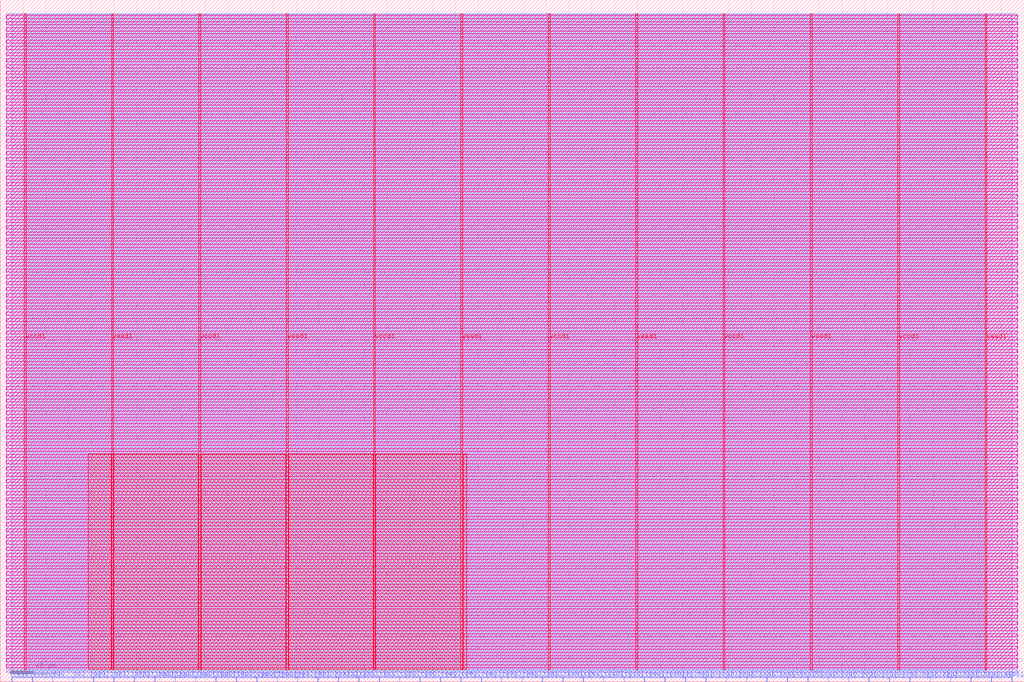
<source format=lef>
VERSION 5.7 ;
  NOWIREEXTENSIONATPIN ON ;
  DIVIDERCHAR "/" ;
  BUSBITCHARS "[]" ;
MACRO matrix_multiply
  CLASS BLOCK ;
  FOREIGN matrix_multiply ;
  ORIGIN 0.000 0.000 ;
  SIZE 900.000 BY 600.000 ;
  PIN clk
    DIRECTION INPUT ;
    USE SIGNAL ;
    PORT
      LAYER met2 ;
        RECT 46.090 0.000 46.370 4.000 ;
    END
  END clk
  PIN execute
    DIRECTION INPUT ;
    USE SIGNAL ;
    PORT
      LAYER met2 ;
        RECT 28.150 0.000 28.430 4.000 ;
    END
  END execute
  PIN input_val[0]
    DIRECTION INPUT ;
    USE SIGNAL ;
    PORT
      LAYER met2 ;
        RECT 117.850 0.000 118.130 4.000 ;
    END
  END input_val[0]
  PIN input_val[1]
    DIRECTION INPUT ;
    USE SIGNAL ;
    PORT
      LAYER met2 ;
        RECT 135.790 0.000 136.070 4.000 ;
    END
  END input_val[1]
  PIN input_val[2]
    DIRECTION INPUT ;
    USE SIGNAL ;
    PORT
      LAYER met2 ;
        RECT 153.730 0.000 154.010 4.000 ;
    END
  END input_val[2]
  PIN input_val[3]
    DIRECTION INPUT ;
    USE SIGNAL ;
    PORT
      LAYER met2 ;
        RECT 171.670 0.000 171.950 4.000 ;
    END
  END input_val[3]
  PIN input_val[4]
    DIRECTION INPUT ;
    USE SIGNAL ;
    PORT
      LAYER met2 ;
        RECT 189.610 0.000 189.890 4.000 ;
    END
  END input_val[4]
  PIN input_val[5]
    DIRECTION INPUT ;
    USE SIGNAL ;
    PORT
      LAYER met2 ;
        RECT 207.550 0.000 207.830 4.000 ;
    END
  END input_val[5]
  PIN input_val[6]
    DIRECTION INPUT ;
    USE SIGNAL ;
    PORT
      LAYER met2 ;
        RECT 225.490 0.000 225.770 4.000 ;
    END
  END input_val[6]
  PIN input_val[7]
    DIRECTION INPUT ;
    USE SIGNAL ;
    PORT
      LAYER met2 ;
        RECT 243.430 0.000 243.710 4.000 ;
    END
  END input_val[7]
  PIN io_oeb[0]
    DIRECTION OUTPUT TRISTATE ;
    USE SIGNAL ;
    PORT
      LAYER met2 ;
        RECT 602.230 0.000 602.510 4.000 ;
    END
  END io_oeb[0]
  PIN io_oeb[10]
    DIRECTION OUTPUT TRISTATE ;
    USE SIGNAL ;
    PORT
      LAYER met2 ;
        RECT 781.630 0.000 781.910 4.000 ;
    END
  END io_oeb[10]
  PIN io_oeb[11]
    DIRECTION OUTPUT TRISTATE ;
    USE SIGNAL ;
    PORT
      LAYER met2 ;
        RECT 799.570 0.000 799.850 4.000 ;
    END
  END io_oeb[11]
  PIN io_oeb[12]
    DIRECTION OUTPUT TRISTATE ;
    USE SIGNAL ;
    PORT
      LAYER met2 ;
        RECT 817.510 0.000 817.790 4.000 ;
    END
  END io_oeb[12]
  PIN io_oeb[13]
    DIRECTION OUTPUT TRISTATE ;
    USE SIGNAL ;
    PORT
      LAYER met2 ;
        RECT 835.450 0.000 835.730 4.000 ;
    END
  END io_oeb[13]
  PIN io_oeb[14]
    DIRECTION OUTPUT TRISTATE ;
    USE SIGNAL ;
    PORT
      LAYER met2 ;
        RECT 853.390 0.000 853.670 4.000 ;
    END
  END io_oeb[14]
  PIN io_oeb[15]
    DIRECTION OUTPUT TRISTATE ;
    USE SIGNAL ;
    PORT
      LAYER met2 ;
        RECT 871.330 0.000 871.610 4.000 ;
    END
  END io_oeb[15]
  PIN io_oeb[16]
    DIRECTION OUTPUT TRISTATE ;
    USE SIGNAL ;
    PORT
      LAYER met2 ;
        RECT 889.270 0.000 889.550 4.000 ;
    END
  END io_oeb[16]
  PIN io_oeb[1]
    DIRECTION OUTPUT TRISTATE ;
    USE SIGNAL ;
    PORT
      LAYER met2 ;
        RECT 620.170 0.000 620.450 4.000 ;
    END
  END io_oeb[1]
  PIN io_oeb[2]
    DIRECTION OUTPUT TRISTATE ;
    USE SIGNAL ;
    PORT
      LAYER met2 ;
        RECT 638.110 0.000 638.390 4.000 ;
    END
  END io_oeb[2]
  PIN io_oeb[3]
    DIRECTION OUTPUT TRISTATE ;
    USE SIGNAL ;
    PORT
      LAYER met2 ;
        RECT 656.050 0.000 656.330 4.000 ;
    END
  END io_oeb[3]
  PIN io_oeb[4]
    DIRECTION OUTPUT TRISTATE ;
    USE SIGNAL ;
    PORT
      LAYER met2 ;
        RECT 673.990 0.000 674.270 4.000 ;
    END
  END io_oeb[4]
  PIN io_oeb[5]
    DIRECTION OUTPUT TRISTATE ;
    USE SIGNAL ;
    PORT
      LAYER met2 ;
        RECT 691.930 0.000 692.210 4.000 ;
    END
  END io_oeb[5]
  PIN io_oeb[6]
    DIRECTION OUTPUT TRISTATE ;
    USE SIGNAL ;
    PORT
      LAYER met2 ;
        RECT 709.870 0.000 710.150 4.000 ;
    END
  END io_oeb[6]
  PIN io_oeb[7]
    DIRECTION OUTPUT TRISTATE ;
    USE SIGNAL ;
    PORT
      LAYER met2 ;
        RECT 727.810 0.000 728.090 4.000 ;
    END
  END io_oeb[7]
  PIN io_oeb[8]
    DIRECTION OUTPUT TRISTATE ;
    USE SIGNAL ;
    PORT
      LAYER met2 ;
        RECT 745.750 0.000 746.030 4.000 ;
    END
  END io_oeb[8]
  PIN io_oeb[9]
    DIRECTION OUTPUT TRISTATE ;
    USE SIGNAL ;
    PORT
      LAYER met2 ;
        RECT 763.690 0.000 763.970 4.000 ;
    END
  END io_oeb[9]
  PIN reset
    DIRECTION INPUT ;
    USE SIGNAL ;
    PORT
      LAYER met2 ;
        RECT 10.210 0.000 10.490 4.000 ;
    END
  END reset
  PIN result[0]
    DIRECTION OUTPUT TRISTATE ;
    USE SIGNAL ;
    PORT
      LAYER met2 ;
        RECT 297.250 0.000 297.530 4.000 ;
    END
  END result[0]
  PIN result[10]
    DIRECTION OUTPUT TRISTATE ;
    USE SIGNAL ;
    PORT
      LAYER met2 ;
        RECT 476.650 0.000 476.930 4.000 ;
    END
  END result[10]
  PIN result[11]
    DIRECTION OUTPUT TRISTATE ;
    USE SIGNAL ;
    PORT
      LAYER met2 ;
        RECT 494.590 0.000 494.870 4.000 ;
    END
  END result[11]
  PIN result[12]
    DIRECTION OUTPUT TRISTATE ;
    USE SIGNAL ;
    PORT
      LAYER met2 ;
        RECT 512.530 0.000 512.810 4.000 ;
    END
  END result[12]
  PIN result[13]
    DIRECTION OUTPUT TRISTATE ;
    USE SIGNAL ;
    PORT
      LAYER met2 ;
        RECT 530.470 0.000 530.750 4.000 ;
    END
  END result[13]
  PIN result[14]
    DIRECTION OUTPUT TRISTATE ;
    USE SIGNAL ;
    PORT
      LAYER met2 ;
        RECT 548.410 0.000 548.690 4.000 ;
    END
  END result[14]
  PIN result[15]
    DIRECTION OUTPUT TRISTATE ;
    USE SIGNAL ;
    PORT
      LAYER met2 ;
        RECT 566.350 0.000 566.630 4.000 ;
    END
  END result[15]
  PIN result[16]
    DIRECTION OUTPUT TRISTATE ;
    USE SIGNAL ;
    PORT
      LAYER met2 ;
        RECT 584.290 0.000 584.570 4.000 ;
    END
  END result[16]
  PIN result[1]
    DIRECTION OUTPUT TRISTATE ;
    USE SIGNAL ;
    PORT
      LAYER met2 ;
        RECT 315.190 0.000 315.470 4.000 ;
    END
  END result[1]
  PIN result[2]
    DIRECTION OUTPUT TRISTATE ;
    USE SIGNAL ;
    PORT
      LAYER met2 ;
        RECT 333.130 0.000 333.410 4.000 ;
    END
  END result[2]
  PIN result[3]
    DIRECTION OUTPUT TRISTATE ;
    USE SIGNAL ;
    PORT
      LAYER met2 ;
        RECT 351.070 0.000 351.350 4.000 ;
    END
  END result[3]
  PIN result[4]
    DIRECTION OUTPUT TRISTATE ;
    USE SIGNAL ;
    PORT
      LAYER met2 ;
        RECT 369.010 0.000 369.290 4.000 ;
    END
  END result[4]
  PIN result[5]
    DIRECTION OUTPUT TRISTATE ;
    USE SIGNAL ;
    PORT
      LAYER met2 ;
        RECT 386.950 0.000 387.230 4.000 ;
    END
  END result[5]
  PIN result[6]
    DIRECTION OUTPUT TRISTATE ;
    USE SIGNAL ;
    PORT
      LAYER met2 ;
        RECT 404.890 0.000 405.170 4.000 ;
    END
  END result[6]
  PIN result[7]
    DIRECTION OUTPUT TRISTATE ;
    USE SIGNAL ;
    PORT
      LAYER met2 ;
        RECT 422.830 0.000 423.110 4.000 ;
    END
  END result[7]
  PIN result[8]
    DIRECTION OUTPUT TRISTATE ;
    USE SIGNAL ;
    PORT
      LAYER met2 ;
        RECT 440.770 0.000 441.050 4.000 ;
    END
  END result[8]
  PIN result[9]
    DIRECTION OUTPUT TRISTATE ;
    USE SIGNAL ;
    PORT
      LAYER met2 ;
        RECT 458.710 0.000 458.990 4.000 ;
    END
  END result[9]
  PIN sel_in[0]
    DIRECTION INPUT ;
    USE SIGNAL ;
    PORT
      LAYER met2 ;
        RECT 64.030 0.000 64.310 4.000 ;
    END
  END sel_in[0]
  PIN sel_in[1]
    DIRECTION INPUT ;
    USE SIGNAL ;
    PORT
      LAYER met2 ;
        RECT 81.970 0.000 82.250 4.000 ;
    END
  END sel_in[1]
  PIN sel_in[2]
    DIRECTION INPUT ;
    USE SIGNAL ;
    PORT
      LAYER met2 ;
        RECT 99.910 0.000 100.190 4.000 ;
    END
  END sel_in[2]
  PIN sel_out[0]
    DIRECTION INPUT ;
    USE SIGNAL ;
    PORT
      LAYER met2 ;
        RECT 261.370 0.000 261.650 4.000 ;
    END
  END sel_out[0]
  PIN sel_out[1]
    DIRECTION INPUT ;
    USE SIGNAL ;
    PORT
      LAYER met2 ;
        RECT 279.310 0.000 279.590 4.000 ;
    END
  END sel_out[1]
  PIN vccd1
    DIRECTION INOUT ;
    USE POWER ;
    PORT
      LAYER met4 ;
        RECT 21.040 10.640 22.640 587.760 ;
    END
    PORT
      LAYER met4 ;
        RECT 174.640 10.640 176.240 587.760 ;
    END
    PORT
      LAYER met4 ;
        RECT 328.240 10.640 329.840 587.760 ;
    END
    PORT
      LAYER met4 ;
        RECT 481.840 10.640 483.440 587.760 ;
    END
    PORT
      LAYER met4 ;
        RECT 635.440 10.640 637.040 587.760 ;
    END
    PORT
      LAYER met4 ;
        RECT 789.040 10.640 790.640 587.760 ;
    END
  END vccd1
  PIN vssd1
    DIRECTION INOUT ;
    USE GROUND ;
    PORT
      LAYER met4 ;
        RECT 97.840 10.640 99.440 587.760 ;
    END
    PORT
      LAYER met4 ;
        RECT 251.440 10.640 253.040 587.760 ;
    END
    PORT
      LAYER met4 ;
        RECT 405.040 10.640 406.640 587.760 ;
    END
    PORT
      LAYER met4 ;
        RECT 558.640 10.640 560.240 587.760 ;
    END
    PORT
      LAYER met4 ;
        RECT 712.240 10.640 713.840 587.760 ;
    END
    PORT
      LAYER met4 ;
        RECT 865.840 10.640 867.440 587.760 ;
    END
  END vssd1
  OBS
      LAYER nwell ;
        RECT 5.330 583.385 894.430 586.215 ;
        RECT 5.330 577.945 894.430 580.775 ;
        RECT 5.330 572.505 894.430 575.335 ;
        RECT 5.330 567.065 894.430 569.895 ;
        RECT 5.330 561.625 894.430 564.455 ;
        RECT 5.330 556.185 894.430 559.015 ;
        RECT 5.330 550.745 894.430 553.575 ;
        RECT 5.330 545.305 894.430 548.135 ;
        RECT 5.330 539.865 894.430 542.695 ;
        RECT 5.330 534.425 894.430 537.255 ;
        RECT 5.330 528.985 894.430 531.815 ;
        RECT 5.330 523.545 894.430 526.375 ;
        RECT 5.330 518.105 894.430 520.935 ;
        RECT 5.330 512.665 894.430 515.495 ;
        RECT 5.330 507.225 894.430 510.055 ;
        RECT 5.330 501.785 894.430 504.615 ;
        RECT 5.330 496.345 894.430 499.175 ;
        RECT 5.330 490.905 894.430 493.735 ;
        RECT 5.330 485.465 894.430 488.295 ;
        RECT 5.330 480.025 894.430 482.855 ;
        RECT 5.330 474.585 894.430 477.415 ;
        RECT 5.330 469.145 894.430 471.975 ;
        RECT 5.330 463.705 894.430 466.535 ;
        RECT 5.330 458.265 894.430 461.095 ;
        RECT 5.330 452.825 894.430 455.655 ;
        RECT 5.330 447.385 894.430 450.215 ;
        RECT 5.330 441.945 894.430 444.775 ;
        RECT 5.330 436.505 894.430 439.335 ;
        RECT 5.330 431.065 894.430 433.895 ;
        RECT 5.330 425.625 894.430 428.455 ;
        RECT 5.330 420.185 894.430 423.015 ;
        RECT 5.330 414.745 894.430 417.575 ;
        RECT 5.330 409.305 894.430 412.135 ;
        RECT 5.330 403.865 894.430 406.695 ;
        RECT 5.330 398.425 894.430 401.255 ;
        RECT 5.330 392.985 894.430 395.815 ;
        RECT 5.330 387.545 894.430 390.375 ;
        RECT 5.330 382.105 894.430 384.935 ;
        RECT 5.330 376.665 894.430 379.495 ;
        RECT 5.330 371.225 894.430 374.055 ;
        RECT 5.330 365.785 894.430 368.615 ;
        RECT 5.330 360.345 894.430 363.175 ;
        RECT 5.330 354.905 894.430 357.735 ;
        RECT 5.330 349.465 894.430 352.295 ;
        RECT 5.330 344.025 894.430 346.855 ;
        RECT 5.330 338.585 894.430 341.415 ;
        RECT 5.330 333.145 894.430 335.975 ;
        RECT 5.330 327.705 894.430 330.535 ;
        RECT 5.330 322.265 894.430 325.095 ;
        RECT 5.330 316.825 894.430 319.655 ;
        RECT 5.330 311.385 894.430 314.215 ;
        RECT 5.330 305.945 894.430 308.775 ;
        RECT 5.330 300.505 894.430 303.335 ;
        RECT 5.330 295.065 894.430 297.895 ;
        RECT 5.330 289.625 894.430 292.455 ;
        RECT 5.330 284.185 894.430 287.015 ;
        RECT 5.330 278.745 894.430 281.575 ;
        RECT 5.330 273.305 894.430 276.135 ;
        RECT 5.330 267.865 894.430 270.695 ;
        RECT 5.330 262.425 894.430 265.255 ;
        RECT 5.330 256.985 894.430 259.815 ;
        RECT 5.330 251.545 894.430 254.375 ;
        RECT 5.330 246.105 894.430 248.935 ;
        RECT 5.330 240.665 894.430 243.495 ;
        RECT 5.330 235.225 894.430 238.055 ;
        RECT 5.330 229.785 894.430 232.615 ;
        RECT 5.330 224.345 894.430 227.175 ;
        RECT 5.330 218.905 894.430 221.735 ;
        RECT 5.330 213.465 894.430 216.295 ;
        RECT 5.330 208.025 894.430 210.855 ;
        RECT 5.330 202.585 894.430 205.415 ;
        RECT 5.330 197.145 894.430 199.975 ;
        RECT 5.330 191.705 894.430 194.535 ;
        RECT 5.330 186.265 894.430 189.095 ;
        RECT 5.330 180.825 894.430 183.655 ;
        RECT 5.330 175.385 894.430 178.215 ;
        RECT 5.330 169.945 894.430 172.775 ;
        RECT 5.330 164.505 894.430 167.335 ;
        RECT 5.330 159.065 894.430 161.895 ;
        RECT 5.330 153.625 894.430 156.455 ;
        RECT 5.330 148.185 894.430 151.015 ;
        RECT 5.330 142.745 894.430 145.575 ;
        RECT 5.330 137.305 894.430 140.135 ;
        RECT 5.330 131.865 894.430 134.695 ;
        RECT 5.330 126.425 894.430 129.255 ;
        RECT 5.330 120.985 894.430 123.815 ;
        RECT 5.330 115.545 894.430 118.375 ;
        RECT 5.330 110.105 894.430 112.935 ;
        RECT 5.330 104.665 894.430 107.495 ;
        RECT 5.330 99.225 894.430 102.055 ;
        RECT 5.330 93.785 894.430 96.615 ;
        RECT 5.330 88.345 894.430 91.175 ;
        RECT 5.330 82.905 894.430 85.735 ;
        RECT 5.330 77.465 894.430 80.295 ;
        RECT 5.330 72.025 894.430 74.855 ;
        RECT 5.330 66.585 894.430 69.415 ;
        RECT 5.330 61.145 894.430 63.975 ;
        RECT 5.330 55.705 894.430 58.535 ;
        RECT 5.330 50.265 894.430 53.095 ;
        RECT 5.330 44.825 894.430 47.655 ;
        RECT 5.330 39.385 894.430 42.215 ;
        RECT 5.330 33.945 894.430 36.775 ;
        RECT 5.330 28.505 894.430 31.335 ;
        RECT 5.330 23.065 894.430 25.895 ;
        RECT 5.330 17.625 894.430 20.455 ;
        RECT 5.330 12.185 894.430 15.015 ;
      LAYER li1 ;
        RECT 5.520 10.795 894.240 587.605 ;
      LAYER met1 ;
        RECT 5.520 8.540 894.240 587.760 ;
      LAYER met2 ;
        RECT 10.220 4.280 889.540 587.705 ;
        RECT 10.770 3.670 27.870 4.280 ;
        RECT 28.710 3.670 45.810 4.280 ;
        RECT 46.650 3.670 63.750 4.280 ;
        RECT 64.590 3.670 81.690 4.280 ;
        RECT 82.530 3.670 99.630 4.280 ;
        RECT 100.470 3.670 117.570 4.280 ;
        RECT 118.410 3.670 135.510 4.280 ;
        RECT 136.350 3.670 153.450 4.280 ;
        RECT 154.290 3.670 171.390 4.280 ;
        RECT 172.230 3.670 189.330 4.280 ;
        RECT 190.170 3.670 207.270 4.280 ;
        RECT 208.110 3.670 225.210 4.280 ;
        RECT 226.050 3.670 243.150 4.280 ;
        RECT 243.990 3.670 261.090 4.280 ;
        RECT 261.930 3.670 279.030 4.280 ;
        RECT 279.870 3.670 296.970 4.280 ;
        RECT 297.810 3.670 314.910 4.280 ;
        RECT 315.750 3.670 332.850 4.280 ;
        RECT 333.690 3.670 350.790 4.280 ;
        RECT 351.630 3.670 368.730 4.280 ;
        RECT 369.570 3.670 386.670 4.280 ;
        RECT 387.510 3.670 404.610 4.280 ;
        RECT 405.450 3.670 422.550 4.280 ;
        RECT 423.390 3.670 440.490 4.280 ;
        RECT 441.330 3.670 458.430 4.280 ;
        RECT 459.270 3.670 476.370 4.280 ;
        RECT 477.210 3.670 494.310 4.280 ;
        RECT 495.150 3.670 512.250 4.280 ;
        RECT 513.090 3.670 530.190 4.280 ;
        RECT 531.030 3.670 548.130 4.280 ;
        RECT 548.970 3.670 566.070 4.280 ;
        RECT 566.910 3.670 584.010 4.280 ;
        RECT 584.850 3.670 601.950 4.280 ;
        RECT 602.790 3.670 619.890 4.280 ;
        RECT 620.730 3.670 637.830 4.280 ;
        RECT 638.670 3.670 655.770 4.280 ;
        RECT 656.610 3.670 673.710 4.280 ;
        RECT 674.550 3.670 691.650 4.280 ;
        RECT 692.490 3.670 709.590 4.280 ;
        RECT 710.430 3.670 727.530 4.280 ;
        RECT 728.370 3.670 745.470 4.280 ;
        RECT 746.310 3.670 763.410 4.280 ;
        RECT 764.250 3.670 781.350 4.280 ;
        RECT 782.190 3.670 799.290 4.280 ;
        RECT 800.130 3.670 817.230 4.280 ;
        RECT 818.070 3.670 835.170 4.280 ;
        RECT 836.010 3.670 853.110 4.280 ;
        RECT 853.950 3.670 871.050 4.280 ;
        RECT 871.890 3.670 888.990 4.280 ;
      LAYER met3 ;
        RECT 21.050 9.695 867.430 587.685 ;
      LAYER met4 ;
        RECT 77.575 11.055 97.440 200.425 ;
        RECT 99.840 11.055 174.240 200.425 ;
        RECT 176.640 11.055 251.040 200.425 ;
        RECT 253.440 11.055 327.840 200.425 ;
        RECT 330.240 11.055 404.640 200.425 ;
        RECT 407.040 11.055 410.025 200.425 ;
  END
END matrix_multiply
END LIBRARY


</source>
